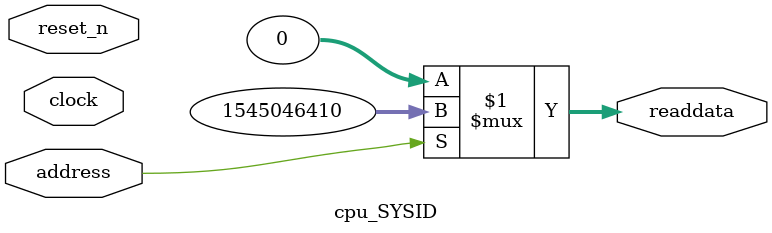
<source format=v>

`timescale 1ns / 1ps
// synthesis translate_on

// turn off superfluous verilog processor warnings 
// altera message_level Level1 
// altera message_off 10034 10035 10036 10037 10230 10240 10030 

module cpu_SYSID (
               // inputs:
                address,
                clock,
                reset_n,

               // outputs:
                readdata
             )
;

  output  [ 31: 0] readdata;
  input            address;
  input            clock;
  input            reset_n;

  wire    [ 31: 0] readdata;
  //control_slave, which is an e_avalon_slave
  assign readdata = address ? 1545046410 : 0;

endmodule




</source>
